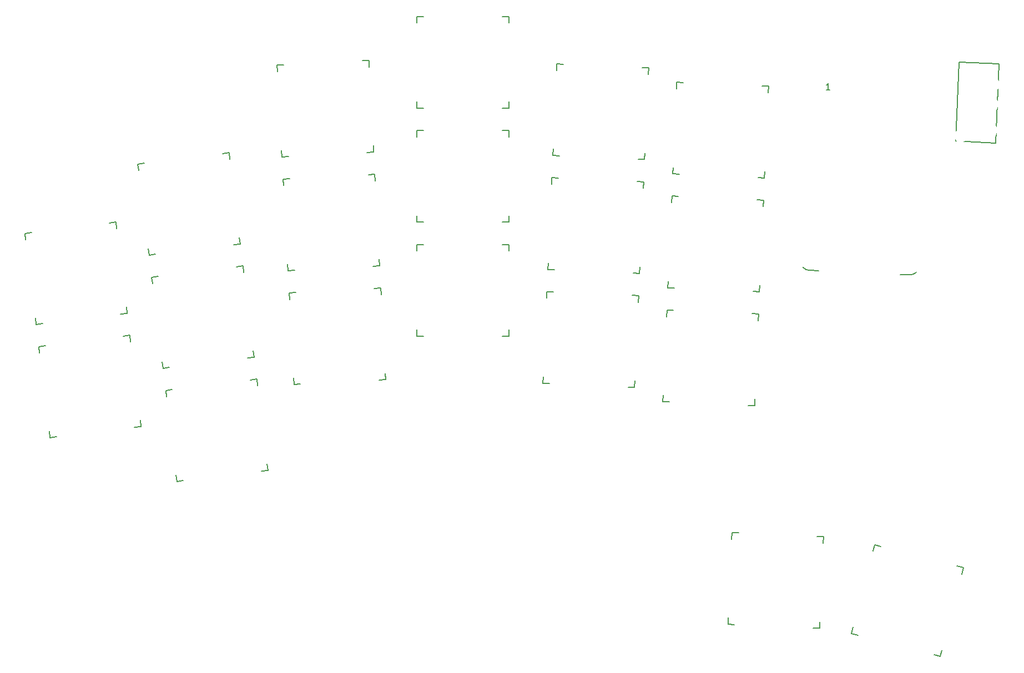
<source format=gto>
G04 #@! TF.GenerationSoftware,KiCad,Pcbnew,8.0.5-dirty*
G04 #@! TF.CreationDate,2024-10-14T15:47:29+03:00*
G04 #@! TF.ProjectId,Kivipallur_left,4b697669-7061-46c6-9c75-725f6c656674,1*
G04 #@! TF.SameCoordinates,Original*
G04 #@! TF.FileFunction,Legend,Top*
G04 #@! TF.FilePolarity,Positive*
%FSLAX46Y46*%
G04 Gerber Fmt 4.6, Leading zero omitted, Abs format (unit mm)*
G04 Created by KiCad (PCBNEW 8.0.5-dirty) date 2024-10-14 15:47:29*
%MOMM*%
%LPD*%
G01*
G04 APERTURE LIST*
G04 Aperture macros list*
%AMRoundRect*
0 Rectangle with rounded corners*
0 $1 Rounding radius*
0 $2 $3 $4 $5 $6 $7 $8 $9 X,Y pos of 4 corners*
0 Add a 4 corners polygon primitive as box body*
4,1,4,$2,$3,$4,$5,$6,$7,$8,$9,$2,$3,0*
0 Add four circle primitives for the rounded corners*
1,1,$1+$1,$2,$3*
1,1,$1+$1,$4,$5*
1,1,$1+$1,$6,$7*
1,1,$1+$1,$8,$9*
0 Add four rect primitives between the rounded corners*
20,1,$1+$1,$2,$3,$4,$5,0*
20,1,$1+$1,$4,$5,$6,$7,0*
20,1,$1+$1,$6,$7,$8,$9,0*
20,1,$1+$1,$8,$9,$2,$3,0*%
%AMHorizOval*
0 Thick line with rounded ends*
0 $1 width*
0 $2 $3 position (X,Y) of the first rounded end (center of the circle)*
0 $4 $5 position (X,Y) of the second rounded end (center of the circle)*
0 Add line between two ends*
20,1,$1,$2,$3,$4,$5,0*
0 Add two circle primitives to create the rounded ends*
1,1,$1,$2,$3*
1,1,$1,$4,$5*%
G04 Aperture macros list end*
%ADD10C,0.150000*%
%ADD11C,4.500000*%
%ADD12C,1.801800*%
%ADD13C,3.100000*%
%ADD14C,3.529000*%
%ADD15C,2.132000*%
%ADD16C,0.900000*%
%ADD17HorizOval,1.700000X-0.008724X-0.199810X0.008724X0.199810X0*%
%ADD18RoundRect,0.475000X-1.344458X-0.416752X1.303020X-0.532344X1.344458X0.416752X-1.303020X0.532344X0*%
%ADD19C,1.900000*%
%ADD20RoundRect,0.475000X-0.495267X-0.453829X0.453829X-0.495267X0.495267X0.453829X-0.453829X0.495267X0*%
%ADD21RoundRect,0.475000X0.416752X-1.344458X0.532344X1.303020X-0.416752X1.344458X-0.532344X-1.303020X0*%
%ADD22RoundRect,0.475000X1.344458X0.416752X-1.303020X0.532344X-1.344458X-0.416752X1.303020X-0.532344X0*%
G04 APERTURE END LIST*
D10*
X186405190Y-52418845D02*
X185834305Y-52393919D01*
X186119748Y-52406382D02*
X186163367Y-51407334D01*
X186163367Y-51407334D02*
X186061988Y-51545901D01*
X186061988Y-51545901D02*
X185962687Y-51636894D01*
X185962687Y-51636894D02*
X185865462Y-51680313D01*
X142628422Y-97211202D02*
X142672041Y-96212154D01*
X142628422Y-97211202D02*
X143627470Y-97254821D01*
X143195474Y-84223575D02*
X143239093Y-83224527D01*
X144238141Y-83268146D02*
X143239093Y-83224527D01*
X155616049Y-97778254D02*
X156615097Y-97821873D01*
X156658716Y-96822825D02*
X156615097Y-97821873D01*
X157225768Y-83835198D02*
X156226720Y-83791579D01*
X157225768Y-83835198D02*
X157182149Y-84834246D01*
X144146377Y-62444324D02*
X144189996Y-61445276D01*
X144146377Y-62444324D02*
X145145425Y-62487943D01*
X144713429Y-49456697D02*
X144757048Y-48457649D01*
X145756096Y-48501268D02*
X144757048Y-48457649D01*
X157134004Y-63011376D02*
X158133052Y-63054995D01*
X158176671Y-62055947D02*
X158133052Y-63054995D01*
X158743723Y-49068320D02*
X157744675Y-49024701D01*
X158743723Y-49068320D02*
X158700104Y-50067368D01*
X143387400Y-79827763D02*
X143431019Y-78828715D01*
X143387400Y-79827763D02*
X144386448Y-79871382D01*
X143954452Y-66840136D02*
X143998071Y-65841088D01*
X144997119Y-65884707D02*
X143998071Y-65841088D01*
X156375027Y-80394815D02*
X157374075Y-80438434D01*
X157417694Y-79439386D02*
X157374075Y-80438434D01*
X157984746Y-66451759D02*
X156985698Y-66408140D01*
X157984746Y-66451759D02*
X157941127Y-67450807D01*
X103052771Y-67033949D02*
X103000432Y-66035320D01*
X103733135Y-80016133D02*
X103680799Y-79017504D01*
X103733135Y-80016133D02*
X104731764Y-79963794D01*
X103999061Y-65982984D02*
X103000432Y-66035320D01*
X116715319Y-79335766D02*
X117713948Y-79283430D01*
X116981245Y-65302617D02*
X115982616Y-65354956D01*
X116981245Y-65302617D02*
X117033581Y-66301246D01*
X117661609Y-78284801D02*
X117713948Y-79283430D01*
X63720105Y-75320455D02*
X63598237Y-74327909D01*
X64590782Y-74206040D02*
X63598237Y-74327909D01*
X65304406Y-88223554D02*
X65182537Y-87231009D01*
X65304406Y-88223554D02*
X66296952Y-88101686D01*
X77493882Y-72621740D02*
X76501336Y-72743608D01*
X77493882Y-72621740D02*
X77615751Y-73614285D01*
X78207506Y-86639254D02*
X79200051Y-86517385D01*
X79078183Y-85524839D02*
X79200051Y-86517385D01*
X161682648Y-82628456D02*
X161726267Y-81629408D01*
X161682648Y-82628456D02*
X162681696Y-82672075D01*
X162249700Y-69640829D02*
X162293319Y-68641781D01*
X163292367Y-68685400D02*
X162293319Y-68641781D01*
X174670275Y-83195508D02*
X175669323Y-83239127D01*
X175712942Y-82240079D02*
X175669323Y-83239127D01*
X176279994Y-69252452D02*
X175280946Y-69208833D01*
X176279994Y-69252452D02*
X176236375Y-70251500D01*
X170851571Y-133977272D02*
X170895190Y-132978224D01*
X170851571Y-133977272D02*
X171850619Y-134020891D01*
X171418623Y-120989645D02*
X171462242Y-119990597D01*
X172461290Y-120034216D02*
X171462242Y-119990597D01*
X183839198Y-134544324D02*
X184838246Y-134587943D01*
X184881865Y-133588895D02*
X184838246Y-134587943D01*
X185448917Y-120601268D02*
X184449869Y-120557649D01*
X185448917Y-120601268D02*
X185405298Y-121600316D01*
X65840632Y-92590758D02*
X65718764Y-91598212D01*
X66711309Y-91476343D02*
X65718764Y-91598212D01*
X67424933Y-105493857D02*
X67303064Y-104501312D01*
X67424933Y-105493857D02*
X68417479Y-105371989D01*
X79614409Y-89892043D02*
X78621863Y-90013911D01*
X79614409Y-89892043D02*
X79736278Y-90884588D01*
X80328033Y-103909557D02*
X81320578Y-103787688D01*
X81198710Y-102795142D02*
X81320578Y-103787688D01*
X102142125Y-49657795D02*
X102089786Y-48659166D01*
X102822489Y-62639979D02*
X102770153Y-61641350D01*
X102822489Y-62639979D02*
X103821118Y-62587640D01*
X103088415Y-48606830D02*
X102089786Y-48659166D01*
X115804673Y-61959612D02*
X116803302Y-61907276D01*
X116070599Y-47926463D02*
X115071970Y-47978802D01*
X116070599Y-47926463D02*
X116122935Y-48925092D01*
X116750963Y-60908647D02*
X116803302Y-61907276D01*
X206125532Y-48172537D02*
X205597737Y-60261020D01*
X211691931Y-60527099D02*
X205597737Y-60261020D01*
X212219726Y-48438615D02*
X206125532Y-48172537D01*
X212219726Y-48438615D02*
X211691931Y-60527099D01*
X184712437Y-80053992D02*
X183313769Y-79992925D01*
X198539264Y-80657684D02*
X197140597Y-80596617D01*
X183313769Y-79992925D02*
G75*
G02*
X182294092Y-79517442I64114J1468587D01*
G01*
X199596502Y-80272881D02*
G75*
G02*
X198539264Y-80657684I-993117J1083798D01*
G01*
X80959252Y-64740671D02*
X80837384Y-63748125D01*
X81829929Y-63626256D02*
X80837384Y-63748125D01*
X82543553Y-77643770D02*
X82421684Y-76651225D01*
X82543553Y-77643770D02*
X83536099Y-77521902D01*
X94733029Y-62041956D02*
X93740483Y-62163824D01*
X94733029Y-62041956D02*
X94854898Y-63034501D01*
X95446653Y-76059470D02*
X96439198Y-75937601D01*
X96317330Y-74945055D02*
X96439198Y-75937601D01*
X160923671Y-100011895D02*
X160967290Y-99012847D01*
X160923671Y-100011895D02*
X161922719Y-100055514D01*
X161490723Y-87024268D02*
X161534342Y-86025220D01*
X162533390Y-86068839D02*
X161534342Y-86025220D01*
X173911298Y-100578947D02*
X174910346Y-100622566D01*
X174953965Y-99623518D02*
X174910346Y-100622566D01*
X175521017Y-86635891D02*
X174521969Y-86592272D01*
X175521017Y-86635891D02*
X175477398Y-87634939D01*
X83079779Y-82010974D02*
X82957911Y-81018428D01*
X83950456Y-80896559D02*
X82957911Y-81018428D01*
X84664080Y-94914073D02*
X84542211Y-93921528D01*
X84664080Y-94914073D02*
X85656626Y-94792205D01*
X96853556Y-79312259D02*
X95861010Y-79434127D01*
X96853556Y-79312259D02*
X96975425Y-80304804D01*
X97567180Y-93329773D02*
X98559725Y-93207904D01*
X98437857Y-92215358D02*
X98559725Y-93207904D01*
X189705362Y-135392661D02*
X189955742Y-134424514D01*
X189705362Y-135392661D02*
X190673510Y-135643041D01*
X192960303Y-122806742D02*
X193210683Y-121838594D01*
X194178830Y-122088974D02*
X193210683Y-121838594D01*
X202291282Y-138647602D02*
X203259429Y-138897982D01*
X203509809Y-137929834D02*
X203259429Y-138897982D01*
X206764750Y-125343915D02*
X205796602Y-125093535D01*
X206764750Y-125343915D02*
X206514370Y-126312062D01*
X123427095Y-77023200D02*
X123427095Y-76023200D01*
X123427095Y-90023200D02*
X123427095Y-89023200D01*
X123427095Y-90023200D02*
X124427095Y-90023200D01*
X124427095Y-76023200D02*
X123427095Y-76023200D01*
X136427095Y-90023200D02*
X137427095Y-90023200D01*
X137427095Y-76023200D02*
X136427095Y-76023200D01*
X137427095Y-76023200D02*
X137427095Y-77023200D01*
X137427095Y-89023200D02*
X137427095Y-90023200D01*
X85200305Y-99281277D02*
X85078437Y-98288731D01*
X86070982Y-98166862D02*
X85078437Y-98288731D01*
X86784606Y-112184376D02*
X86662737Y-111191831D01*
X86784606Y-112184376D02*
X87777152Y-112062508D01*
X98974082Y-96582562D02*
X97981536Y-96704430D01*
X98974082Y-96582562D02*
X99095951Y-97575107D01*
X99687706Y-110600076D02*
X100680251Y-110478207D01*
X100558383Y-109485661D02*
X100680251Y-110478207D01*
X123427095Y-42223200D02*
X123427095Y-41223200D01*
X123427095Y-55223200D02*
X123427095Y-54223200D01*
X123427095Y-55223200D02*
X124427095Y-55223200D01*
X124427095Y-41223200D02*
X123427095Y-41223200D01*
X136427095Y-55223200D02*
X137427095Y-55223200D01*
X137427095Y-41223200D02*
X136427095Y-41223200D01*
X137427095Y-41223200D02*
X137427095Y-42223200D01*
X137427095Y-54223200D02*
X137427095Y-55223200D01*
X103963416Y-84410103D02*
X103911077Y-83411474D01*
X104643780Y-97392287D02*
X104591444Y-96393658D01*
X104643780Y-97392287D02*
X105642409Y-97339948D01*
X104909706Y-83359138D02*
X103911077Y-83411474D01*
X117625964Y-96711920D02*
X118624593Y-96659584D01*
X117891890Y-82678771D02*
X116893261Y-82731110D01*
X117891890Y-82678771D02*
X117944226Y-83677400D01*
X118572254Y-95660955D02*
X118624593Y-96659584D01*
X162441626Y-65245017D02*
X162485245Y-64245969D01*
X162441626Y-65245017D02*
X163440674Y-65288636D01*
X163008678Y-52257390D02*
X163052297Y-51258342D01*
X164051345Y-51301961D02*
X163052297Y-51258342D01*
X175429253Y-65812069D02*
X176428301Y-65855688D01*
X176471920Y-64856640D02*
X176428301Y-65855688D01*
X177038972Y-51869013D02*
X176039924Y-51825394D01*
X177038972Y-51869013D02*
X176995353Y-52868061D01*
X123427095Y-59623200D02*
X123427095Y-58623200D01*
X123427095Y-72623200D02*
X123427095Y-71623200D01*
X123427095Y-72623200D02*
X124427095Y-72623200D01*
X124427095Y-58623200D02*
X123427095Y-58623200D01*
X136427095Y-72623200D02*
X137427095Y-72623200D01*
X137427095Y-58623200D02*
X136427095Y-58623200D01*
X137427095Y-58623200D02*
X137427095Y-59623200D01*
X137427095Y-71623200D02*
X137427095Y-72623200D01*
%LPC*%
D11*
X75164907Y-111092323D03*
D12*
X144432330Y-90283293D03*
D13*
X150186630Y-84578863D03*
D14*
X149927095Y-90523200D03*
D13*
X155085909Y-86994866D03*
D12*
X155421860Y-90763107D03*
D15*
X149669741Y-96417585D03*
X144766100Y-94101486D03*
D12*
X145950285Y-55516415D03*
D13*
X151704585Y-49811985D03*
D14*
X151445050Y-55756322D03*
D13*
X156603864Y-52227988D03*
D12*
X156939815Y-55996229D03*
D15*
X151187696Y-61650707D03*
X146284055Y-59334608D03*
D11*
X130427095Y-96023200D03*
D12*
X145191308Y-72899854D03*
D13*
X150945608Y-67195424D03*
D14*
X150686073Y-73139761D03*
D13*
X155844887Y-69611427D03*
D12*
X156180838Y-73379668D03*
D15*
X150428719Y-79034146D03*
X145525078Y-76718047D03*
D12*
X104864728Y-72947223D03*
D13*
X110045791Y-66717529D03*
D14*
X110357190Y-72659375D03*
D13*
X115154078Y-68652834D03*
D12*
X115849652Y-72371527D03*
D15*
X110665972Y-78551289D03*
X105562919Y-76715847D03*
D12*
X65940140Y-81092928D03*
D13*
X70674021Y-74516997D03*
D14*
X71399144Y-80422647D03*
D13*
X75904865Y-76091252D03*
D12*
X76858148Y-79752366D03*
D15*
X72118173Y-86278669D03*
X66899517Y-84803669D03*
D12*
X163486556Y-75700547D03*
D13*
X169240856Y-69996117D03*
D14*
X168981321Y-75940454D03*
D13*
X174140135Y-72412120D03*
D12*
X174476086Y-76180361D03*
D15*
X168723967Y-81834839D03*
X163820326Y-79518740D03*
D12*
X172655479Y-127049363D03*
D13*
X178409779Y-121344933D03*
D14*
X178150244Y-127289270D03*
D13*
X183309058Y-123760936D03*
D12*
X183645009Y-127529177D03*
D15*
X177892890Y-133183655D03*
X172989249Y-130867556D03*
D12*
X68060667Y-98363231D03*
D13*
X72794548Y-91787300D03*
D14*
X73519671Y-97692950D03*
D13*
X78025392Y-93361555D03*
D12*
X78978675Y-97022669D03*
D15*
X74238700Y-103548972D03*
X69020044Y-102073972D03*
D12*
X103954082Y-55571069D03*
D13*
X109135145Y-49341375D03*
D14*
X109446544Y-55283221D03*
D13*
X114243432Y-51276680D03*
D12*
X114939006Y-54995373D03*
D15*
X109755326Y-61175135D03*
X104652273Y-59339693D03*
D16*
X209102838Y-49904053D03*
X208797502Y-56897391D03*
D17*
X211200000Y-54600000D03*
X211330858Y-51602855D03*
X206381919Y-59494496D03*
X211025522Y-58596192D03*
D18*
X183297853Y-50554211D03*
D19*
X184596615Y-50610917D03*
D18*
X183187059Y-53091794D03*
D19*
X184485822Y-53148499D03*
D18*
X183076266Y-55629376D03*
D20*
X184375029Y-55686082D03*
D18*
X182965473Y-58166959D03*
D20*
X184264236Y-58223664D03*
D18*
X182854680Y-60704541D03*
D19*
X184153442Y-60761247D03*
D18*
X182743886Y-63242124D03*
D19*
X184042649Y-63298829D03*
D18*
X182633093Y-65779706D03*
D19*
X183931856Y-65836412D03*
D18*
X182522300Y-68317289D03*
D19*
X183821063Y-68373994D03*
D18*
X182411507Y-70854871D03*
D19*
X183710269Y-70911576D03*
D18*
X182300715Y-73392454D03*
D19*
X183599476Y-73449159D03*
D18*
X182189920Y-75930036D03*
D19*
X183488683Y-75986741D03*
D18*
X182079127Y-78467619D03*
D19*
X183377890Y-78524324D03*
X199822110Y-51275676D03*
D18*
X201120873Y-51332381D03*
D20*
X199711317Y-53813259D03*
D18*
X201010080Y-53869964D03*
D19*
X199600524Y-56350841D03*
D18*
X200899285Y-56407546D03*
D19*
X199489731Y-58888424D03*
D18*
X200788493Y-58945129D03*
D19*
X199378937Y-61426006D03*
D18*
X200677700Y-61482711D03*
D19*
X199268144Y-63963588D03*
D18*
X200566907Y-64020294D03*
D19*
X199157351Y-66501171D03*
D18*
X200456114Y-66557876D03*
D19*
X199046558Y-69038753D03*
D18*
X200345320Y-69095459D03*
D19*
X198935764Y-71576336D03*
D18*
X200234527Y-71633041D03*
D19*
X198824971Y-74113918D03*
D18*
X200123734Y-74170624D03*
D19*
X198714178Y-76651501D03*
D18*
X200012941Y-76708206D03*
D19*
X198603385Y-79189083D03*
D18*
X199902147Y-79245789D03*
D19*
X185915472Y-78635117D03*
D21*
X185858767Y-79933880D03*
D19*
X188453055Y-78745910D03*
D21*
X188396349Y-80044673D03*
D19*
X190990637Y-78856704D03*
D21*
X190933932Y-80155466D03*
D19*
X193528220Y-78967497D03*
D21*
X193471514Y-80266260D03*
D19*
X196065802Y-79078290D03*
D21*
X196009097Y-80377053D03*
D19*
X199932904Y-48738094D03*
D22*
X201231666Y-48794799D03*
D18*
X183408646Y-48016629D03*
D19*
X184707409Y-48073334D03*
D12*
X83179287Y-70513144D03*
D13*
X87913168Y-63937213D03*
D14*
X88638291Y-69842863D03*
D13*
X93144012Y-65511468D03*
D12*
X94097295Y-69172582D03*
D15*
X89357320Y-75698885D03*
X84138664Y-74223885D03*
D11*
X152033912Y-42269171D03*
D12*
X162727579Y-93083986D03*
D13*
X168481879Y-87379556D03*
D14*
X168222344Y-93323893D03*
D13*
X173381158Y-89795559D03*
D12*
X173717109Y-93563800D03*
D15*
X167964990Y-99218278D03*
X163061349Y-96902179D03*
D12*
X85299814Y-87783447D03*
D13*
X90033695Y-81207516D03*
D14*
X90758818Y-87113166D03*
D13*
X95264539Y-82781771D03*
D12*
X96217822Y-86442885D03*
D15*
X91477847Y-92969188D03*
X86259191Y-91494188D03*
D12*
X192910244Y-128991198D03*
D13*
X199724817Y-124607810D03*
D14*
X198235056Y-130368288D03*
D13*
X204014719Y-127989634D03*
D12*
X203559868Y-131745378D03*
D15*
X196757814Y-136080359D03*
X192442874Y-132795349D03*
D11*
X69753908Y-67023274D03*
D12*
X124927095Y-83023200D03*
D13*
X130427095Y-77073200D03*
D14*
X130427095Y-83023200D03*
D13*
X135427095Y-79273200D03*
D12*
X135927095Y-83023200D03*
D15*
X130427095Y-88923200D03*
X125427095Y-86823200D03*
D11*
X104980863Y-129092845D03*
D12*
X87420340Y-105053750D03*
D13*
X92154221Y-98477819D03*
D14*
X92879344Y-104383469D03*
D13*
X97385065Y-100052074D03*
D12*
X98338348Y-103713188D03*
D15*
X93598373Y-110239491D03*
X88379717Y-108764491D03*
D11*
X108766176Y-42301037D03*
X208943250Y-77685230D03*
D12*
X124927095Y-48223200D03*
D13*
X130427095Y-42273200D03*
D14*
X130427095Y-48223200D03*
D13*
X135427095Y-44473200D03*
D12*
X135927095Y-48223200D03*
D15*
X130427095Y-54123200D03*
X125427095Y-52023200D03*
D12*
X105775373Y-90323377D03*
D13*
X110956436Y-84093683D03*
D14*
X111267835Y-90035529D03*
D13*
X116064723Y-86028988D03*
D12*
X116760297Y-89747681D03*
D15*
X111576617Y-95927443D03*
X106473564Y-94092001D03*
D11*
X189706827Y-114781456D03*
D12*
X164245534Y-58317108D03*
D13*
X169999834Y-52612678D03*
D14*
X169740299Y-58557015D03*
D13*
X174899113Y-55028681D03*
D12*
X175235064Y-58796922D03*
D15*
X169482945Y-64451400D03*
X164579304Y-62135301D03*
D12*
X124927095Y-65623200D03*
D13*
X130427095Y-59673200D03*
D14*
X130427095Y-65623200D03*
D13*
X135427095Y-61873200D03*
D12*
X135927095Y-65623200D03*
D15*
X130427095Y-71523200D03*
X125427095Y-69423200D03*
%LPD*%
M02*

</source>
